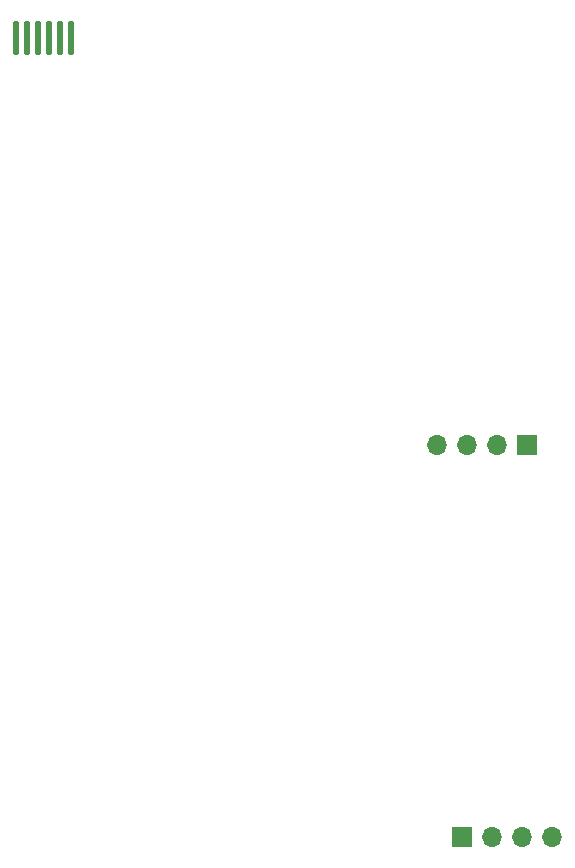
<source format=gbr>
%TF.GenerationSoftware,KiCad,Pcbnew,8.0.4*%
%TF.CreationDate,2025-06-05T19:44:25+01:00*%
%TF.ProjectId,psptvout,70737074-766f-4757-942e-6b696361645f,rev?*%
%TF.SameCoordinates,Original*%
%TF.FileFunction,Soldermask,Bot*%
%TF.FilePolarity,Negative*%
%FSLAX46Y46*%
G04 Gerber Fmt 4.6, Leading zero omitted, Abs format (unit mm)*
G04 Created by KiCad (PCBNEW 8.0.4) date 2025-06-05 19:44:25*
%MOMM*%
%LPD*%
G01*
G04 APERTURE LIST*
G04 Aperture macros list*
%AMRoundRect*
0 Rectangle with rounded corners*
0 $1 Rounding radius*
0 $2 $3 $4 $5 $6 $7 $8 $9 X,Y pos of 4 corners*
0 Add a 4 corners polygon primitive as box body*
4,1,4,$2,$3,$4,$5,$6,$7,$8,$9,$2,$3,0*
0 Add four circle primitives for the rounded corners*
1,1,$1+$1,$2,$3*
1,1,$1+$1,$4,$5*
1,1,$1+$1,$6,$7*
1,1,$1+$1,$8,$9*
0 Add four rect primitives between the rounded corners*
20,1,$1+$1,$2,$3,$4,$5,0*
20,1,$1+$1,$4,$5,$6,$7,0*
20,1,$1+$1,$6,$7,$8,$9,0*
20,1,$1+$1,$8,$9,$2,$3,0*%
G04 Aperture macros list end*
%ADD10R,1.700000X1.700000*%
%ADD11O,1.700000X1.700000*%
%ADD12RoundRect,0.117500X0.117500X1.332500X-0.117500X1.332500X-0.117500X-1.332500X0.117500X-1.332500X0*%
G04 APERTURE END LIST*
D10*
%TO.C,J1*%
X198510000Y-131400000D03*
D11*
X201050000Y-131400000D03*
X203590000Y-131400000D03*
X206130000Y-131400000D03*
%TD*%
D12*
%TO.C,U1*%
X160800500Y-63687500D03*
X161720500Y-63687500D03*
X162640500Y-63687500D03*
X163560500Y-63687500D03*
X164480500Y-63687500D03*
X165400500Y-63687500D03*
%TD*%
D10*
%TO.C,J2*%
X204000000Y-98200000D03*
D11*
X201460000Y-98200000D03*
X198920000Y-98200000D03*
X196380000Y-98200000D03*
%TD*%
M02*

</source>
